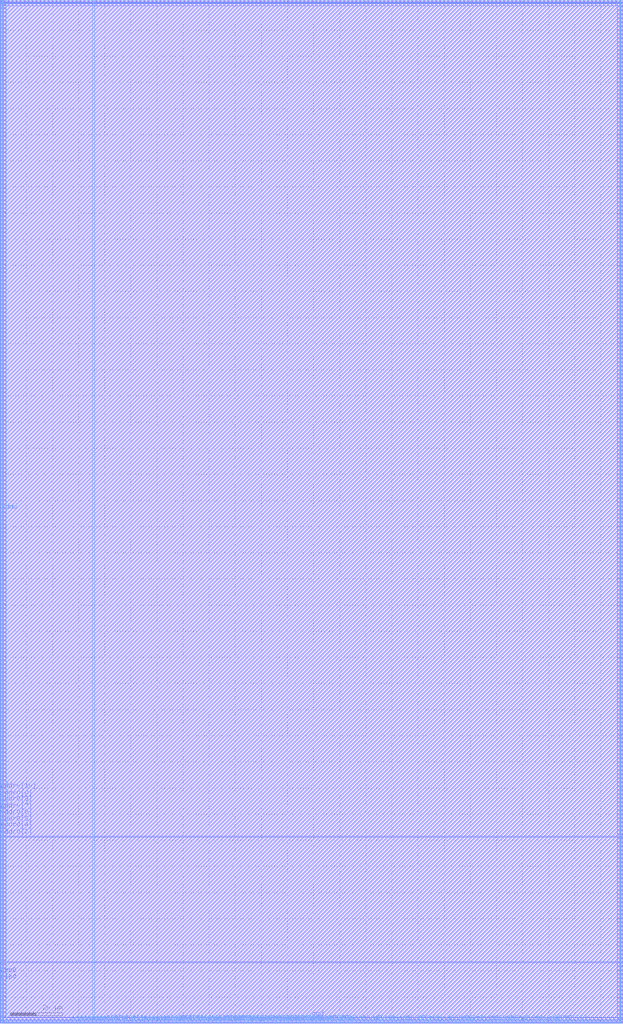
<source format=lef>
VERSION 5.4 ;
NAMESCASESENSITIVE ON ;
BUSBITCHARS "[]" ;
DIVIDERCHAR "/" ;
UNITS
  DATABASE MICRONS 2000 ;
END UNITS
MACRO sram_1rw0r0w_32_2048_freepdk45
   CLASS BLOCK ;
   SIZE 238.5625 BY 391.5075 ;
   SYMMETRY X Y R90 ;
   PIN din0[0]
      DIRECTION INPUT ;
      PORT
         LAYER metal4 ;
         RECT  35.705 0.0 35.845 0.14 ;
      END
   END din0[0]
   PIN din0[1]
      DIRECTION INPUT ;
      PORT
         LAYER metal4 ;
         RECT  38.565 0.0 38.705 0.14 ;
      END
   END din0[1]
   PIN din0[2]
      DIRECTION INPUT ;
      PORT
         LAYER metal4 ;
         RECT  41.425 0.0 41.565 0.14 ;
      END
   END din0[2]
   PIN din0[3]
      DIRECTION INPUT ;
      PORT
         LAYER metal4 ;
         RECT  44.285 0.0 44.425 0.14 ;
      END
   END din0[3]
   PIN din0[4]
      DIRECTION INPUT ;
      PORT
         LAYER metal4 ;
         RECT  47.145 0.0 47.285 0.14 ;
      END
   END din0[4]
   PIN din0[5]
      DIRECTION INPUT ;
      PORT
         LAYER metal4 ;
         RECT  50.005 0.0 50.145 0.14 ;
      END
   END din0[5]
   PIN din0[6]
      DIRECTION INPUT ;
      PORT
         LAYER metal4 ;
         RECT  52.865 0.0 53.005 0.14 ;
      END
   END din0[6]
   PIN din0[7]
      DIRECTION INPUT ;
      PORT
         LAYER metal4 ;
         RECT  55.725 0.0 55.865 0.14 ;
      END
   END din0[7]
   PIN din0[8]
      DIRECTION INPUT ;
      PORT
         LAYER metal4 ;
         RECT  58.585 0.0 58.725 0.14 ;
      END
   END din0[8]
   PIN din0[9]
      DIRECTION INPUT ;
      PORT
         LAYER metal4 ;
         RECT  61.445 0.0 61.585 0.14 ;
      END
   END din0[9]
   PIN din0[10]
      DIRECTION INPUT ;
      PORT
         LAYER metal4 ;
         RECT  64.305 0.0 64.445 0.14 ;
      END
   END din0[10]
   PIN din0[11]
      DIRECTION INPUT ;
      PORT
         LAYER metal4 ;
         RECT  67.165 0.0 67.305 0.14 ;
      END
   END din0[11]
   PIN din0[12]
      DIRECTION INPUT ;
      PORT
         LAYER metal4 ;
         RECT  70.025 0.0 70.165 0.14 ;
      END
   END din0[12]
   PIN din0[13]
      DIRECTION INPUT ;
      PORT
         LAYER metal4 ;
         RECT  72.885 0.0 73.025 0.14 ;
      END
   END din0[13]
   PIN din0[14]
      DIRECTION INPUT ;
      PORT
         LAYER metal4 ;
         RECT  75.745 0.0 75.885 0.14 ;
      END
   END din0[14]
   PIN din0[15]
      DIRECTION INPUT ;
      PORT
         LAYER metal4 ;
         RECT  78.605 0.0 78.745 0.14 ;
      END
   END din0[15]
   PIN din0[16]
      DIRECTION INPUT ;
      PORT
         LAYER metal4 ;
         RECT  81.465 0.0 81.605 0.14 ;
      END
   END din0[16]
   PIN din0[17]
      DIRECTION INPUT ;
      PORT
         LAYER metal4 ;
         RECT  84.325 0.0 84.465 0.14 ;
      END
   END din0[17]
   PIN din0[18]
      DIRECTION INPUT ;
      PORT
         LAYER metal4 ;
         RECT  87.185 0.0 87.325 0.14 ;
      END
   END din0[18]
   PIN din0[19]
      DIRECTION INPUT ;
      PORT
         LAYER metal4 ;
         RECT  90.045 0.0 90.185 0.14 ;
      END
   END din0[19]
   PIN din0[20]
      DIRECTION INPUT ;
      PORT
         LAYER metal4 ;
         RECT  92.905 0.0 93.045 0.14 ;
      END
   END din0[20]
   PIN din0[21]
      DIRECTION INPUT ;
      PORT
         LAYER metal4 ;
         RECT  95.765 0.0 95.905 0.14 ;
      END
   END din0[21]
   PIN din0[22]
      DIRECTION INPUT ;
      PORT
         LAYER metal4 ;
         RECT  98.625 0.0 98.765 0.14 ;
      END
   END din0[22]
   PIN din0[23]
      DIRECTION INPUT ;
      PORT
         LAYER metal4 ;
         RECT  101.485 0.0 101.625 0.14 ;
      END
   END din0[23]
   PIN din0[24]
      DIRECTION INPUT ;
      PORT
         LAYER metal4 ;
         RECT  104.345 0.0 104.485 0.14 ;
      END
   END din0[24]
   PIN din0[25]
      DIRECTION INPUT ;
      PORT
         LAYER metal4 ;
         RECT  107.205 0.0 107.345 0.14 ;
      END
   END din0[25]
   PIN din0[26]
      DIRECTION INPUT ;
      PORT
         LAYER metal4 ;
         RECT  110.065 0.0 110.205 0.14 ;
      END
   END din0[26]
   PIN din0[27]
      DIRECTION INPUT ;
      PORT
         LAYER metal4 ;
         RECT  112.925 0.0 113.065 0.14 ;
      END
   END din0[27]
   PIN din0[28]
      DIRECTION INPUT ;
      PORT
         LAYER metal4 ;
         RECT  115.785 0.0 115.925 0.14 ;
      END
   END din0[28]
   PIN din0[29]
      DIRECTION INPUT ;
      PORT
         LAYER metal4 ;
         RECT  118.645 0.0 118.785 0.14 ;
      END
   END din0[29]
   PIN din0[30]
      DIRECTION INPUT ;
      PORT
         LAYER metal4 ;
         RECT  121.505 0.0 121.645 0.14 ;
      END
   END din0[30]
   PIN din0[31]
      DIRECTION INPUT ;
      PORT
         LAYER metal4 ;
         RECT  124.365 0.0 124.505 0.14 ;
      END
   END din0[31]
   PIN addr0[0]
      DIRECTION INPUT ;
      PORT
         LAYER metal4 ;
         RECT  27.125 0.0 27.265 0.14 ;
      END
   END addr0[0]
   PIN addr0[1]
      DIRECTION INPUT ;
      PORT
         LAYER metal4 ;
         RECT  29.985 0.0 30.125 0.14 ;
      END
   END addr0[1]
   PIN addr0[2]
      DIRECTION INPUT ;
      PORT
         LAYER metal4 ;
         RECT  32.845 0.0 32.985 0.14 ;
      END
   END addr0[2]
   PIN addr0[3]
      DIRECTION INPUT ;
      PORT
         LAYER metal3 ;
         RECT  0.0 71.29 0.14 71.43 ;
      END
   END addr0[3]
   PIN addr0[4]
      DIRECTION INPUT ;
      PORT
         LAYER metal3 ;
         RECT  0.0 74.02 0.14 74.16 ;
      END
   END addr0[4]
   PIN addr0[5]
      DIRECTION INPUT ;
      PORT
         LAYER metal3 ;
         RECT  0.0 76.23 0.14 76.37 ;
      END
   END addr0[5]
   PIN addr0[6]
      DIRECTION INPUT ;
      PORT
         LAYER metal3 ;
         RECT  0.0 78.96 0.14 79.1 ;
      END
   END addr0[6]
   PIN addr0[7]
      DIRECTION INPUT ;
      PORT
         LAYER metal3 ;
         RECT  0.0 81.17 0.14 81.31 ;
      END
   END addr0[7]
   PIN addr0[8]
      DIRECTION INPUT ;
      PORT
         LAYER metal3 ;
         RECT  0.0 83.9 0.14 84.04 ;
      END
   END addr0[8]
   PIN addr0[9]
      DIRECTION INPUT ;
      PORT
         LAYER metal3 ;
         RECT  0.0 86.11 0.14 86.25 ;
      END
   END addr0[9]
   PIN addr0[10]
      DIRECTION INPUT ;
      PORT
         LAYER metal3 ;
         RECT  0.0 88.84 0.14 88.98 ;
      END
   END addr0[10]
   PIN csb0
      DIRECTION INPUT ;
      PORT
         LAYER metal3 ;
         RECT  0.0 15.65 0.14 15.79 ;
      END
   END csb0
   PIN web0
      DIRECTION INPUT ;
      PORT
         LAYER metal3 ;
         RECT  0.0 18.38 0.14 18.52 ;
      END
   END web0
   PIN clk0
      DIRECTION INPUT ;
      PORT
         LAYER metal3 ;
         RECT  0.0 15.885 0.14 16.025 ;
      END
   END clk0
   PIN dout0[0]
      DIRECTION OUTPUT ;
      PORT
         LAYER metal4 ;
         RECT  53.15 0.0 53.29 0.14 ;
      END
   END dout0[0]
   PIN dout0[1]
      DIRECTION OUTPUT ;
      PORT
         LAYER metal4 ;
         RECT  58.87 0.0 59.01 0.14 ;
      END
   END dout0[1]
   PIN dout0[2]
      DIRECTION OUTPUT ;
      PORT
         LAYER metal4 ;
         RECT  64.59 0.0 64.73 0.14 ;
      END
   END dout0[2]
   PIN dout0[3]
      DIRECTION OUTPUT ;
      PORT
         LAYER metal4 ;
         RECT  70.31 0.0 70.45 0.14 ;
      END
   END dout0[3]
   PIN dout0[4]
      DIRECTION OUTPUT ;
      PORT
         LAYER metal4 ;
         RECT  76.03 0.0 76.17 0.14 ;
      END
   END dout0[4]
   PIN dout0[5]
      DIRECTION OUTPUT ;
      PORT
         LAYER metal4 ;
         RECT  81.8975 0.0 82.0375 0.14 ;
      END
   END dout0[5]
   PIN dout0[6]
      DIRECTION OUTPUT ;
      PORT
         LAYER metal4 ;
         RECT  86.4275 0.0 86.5675 0.14 ;
      END
   END dout0[6]
   PIN dout0[7]
      DIRECTION OUTPUT ;
      PORT
         LAYER metal4 ;
         RECT  92.1475 0.0 92.2875 0.14 ;
      END
   END dout0[7]
   PIN dout0[8]
      DIRECTION OUTPUT ;
      PORT
         LAYER metal4 ;
         RECT  97.8675 0.0 98.0075 0.14 ;
      END
   END dout0[8]
   PIN dout0[9]
      DIRECTION OUTPUT ;
      PORT
         LAYER metal4 ;
         RECT  103.5875 0.0 103.7275 0.14 ;
      END
   END dout0[9]
   PIN dout0[10]
      DIRECTION OUTPUT ;
      PORT
         LAYER metal4 ;
         RECT  109.29 0.0 109.43 0.14 ;
      END
   END dout0[10]
   PIN dout0[11]
      DIRECTION OUTPUT ;
      PORT
         LAYER metal4 ;
         RECT  115.0275 0.0 115.1675 0.14 ;
      END
   END dout0[11]
   PIN dout0[12]
      DIRECTION OUTPUT ;
      PORT
         LAYER metal4 ;
         RECT  120.7475 0.0 120.8875 0.14 ;
      END
   END dout0[12]
   PIN dout0[13]
      DIRECTION OUTPUT ;
      PORT
         LAYER metal4 ;
         RECT  126.445 0.0 126.585 0.14 ;
      END
   END dout0[13]
   PIN dout0[14]
      DIRECTION OUTPUT ;
      PORT
         LAYER metal4 ;
         RECT  132.085 0.0 132.225 0.14 ;
      END
   END dout0[14]
   PIN dout0[15]
      DIRECTION OUTPUT ;
      PORT
         LAYER metal4 ;
         RECT  137.725 0.0 137.865 0.14 ;
      END
   END dout0[15]
   PIN dout0[16]
      DIRECTION OUTPUT ;
      PORT
         LAYER metal4 ;
         RECT  143.365 0.0 143.505 0.14 ;
      END
   END dout0[16]
   PIN dout0[17]
      DIRECTION OUTPUT ;
      PORT
         LAYER metal4 ;
         RECT  149.005 0.0 149.145 0.14 ;
      END
   END dout0[17]
   PIN dout0[18]
      DIRECTION OUTPUT ;
      PORT
         LAYER metal4 ;
         RECT  154.645 0.0 154.785 0.14 ;
      END
   END dout0[18]
   PIN dout0[19]
      DIRECTION OUTPUT ;
      PORT
         LAYER metal4 ;
         RECT  160.285 0.0 160.425 0.14 ;
      END
   END dout0[19]
   PIN dout0[20]
      DIRECTION OUTPUT ;
      PORT
         LAYER metal4 ;
         RECT  165.925 0.0 166.065 0.14 ;
      END
   END dout0[20]
   PIN dout0[21]
      DIRECTION OUTPUT ;
      PORT
         LAYER metal4 ;
         RECT  171.565 0.0 171.705 0.14 ;
      END
   END dout0[21]
   PIN dout0[22]
      DIRECTION OUTPUT ;
      PORT
         LAYER metal4 ;
         RECT  177.205 0.0 177.345 0.14 ;
      END
   END dout0[22]
   PIN dout0[23]
      DIRECTION OUTPUT ;
      PORT
         LAYER metal4 ;
         RECT  182.845 0.0 182.985 0.14 ;
      END
   END dout0[23]
   PIN dout0[24]
      DIRECTION OUTPUT ;
      PORT
         LAYER metal4 ;
         RECT  188.485 0.0 188.625 0.14 ;
      END
   END dout0[24]
   PIN dout0[25]
      DIRECTION OUTPUT ;
      PORT
         LAYER metal4 ;
         RECT  194.125 0.0 194.265 0.14 ;
      END
   END dout0[25]
   PIN dout0[26]
      DIRECTION OUTPUT ;
      PORT
         LAYER metal4 ;
         RECT  199.765 0.0 199.905 0.14 ;
      END
   END dout0[26]
   PIN dout0[27]
      DIRECTION OUTPUT ;
      PORT
         LAYER metal4 ;
         RECT  205.405 0.0 205.545 0.14 ;
      END
   END dout0[27]
   PIN dout0[28]
      DIRECTION OUTPUT ;
      PORT
         LAYER metal4 ;
         RECT  211.045 0.0 211.185 0.14 ;
      END
   END dout0[28]
   PIN dout0[29]
      DIRECTION OUTPUT ;
      PORT
         LAYER metal3 ;
         RECT  238.4225 23.2925 238.5625 23.4325 ;
      END
   END dout0[29]
   PIN dout0[30]
      DIRECTION OUTPUT ;
      PORT
         LAYER metal3 ;
         RECT  238.4225 22.8225 238.5625 22.9625 ;
      END
   END dout0[30]
   PIN dout0[31]
      DIRECTION OUTPUT ;
      PORT
         LAYER metal3 ;
         RECT  238.4225 23.0575 238.5625 23.1975 ;
      END
   END dout0[31]
   PIN vdd
      DIRECTION INOUT ;
      USE POWER ; 
      SHAPE ABUTMENT ; 
      PORT
         LAYER metal3 ;
         RECT  0.0 390.8075 238.5625 391.5075 ;
         LAYER metal4 ;
         RECT  237.8625 0.0 238.5625 391.5075 ;
         LAYER metal3 ;
         RECT  0.0 0.0 238.5625 0.7 ;
         LAYER metal4 ;
         RECT  0.0 0.0 0.7 391.5075 ;
      END
   END vdd
   PIN gnd
      DIRECTION INOUT ;
      USE GROUND ; 
      SHAPE ABUTMENT ; 
      PORT
         LAYER metal3 ;
         RECT  1.4 389.4075 237.1625 390.1075 ;
         LAYER metal4 ;
         RECT  236.4625 1.4 237.1625 390.1075 ;
         LAYER metal4 ;
         RECT  1.4 1.4 2.1 390.1075 ;
         LAYER metal3 ;
         RECT  1.4 1.4 237.1625 2.1 ;
      END
   END gnd
   OBS
   LAYER  metal1 ;
      RECT  0.14 0.14 238.4225 391.3675 ;
   LAYER  metal2 ;
      RECT  0.14 0.14 238.4225 391.3675 ;
   LAYER  metal3 ;
      RECT  0.28 71.15 238.4225 71.57 ;
      RECT  0.14 71.57 0.28 73.88 ;
      RECT  0.14 74.3 0.28 76.09 ;
      RECT  0.14 76.51 0.28 78.82 ;
      RECT  0.14 79.24 0.28 81.03 ;
      RECT  0.14 81.45 0.28 83.76 ;
      RECT  0.14 84.18 0.28 85.97 ;
      RECT  0.14 86.39 0.28 88.7 ;
      RECT  0.14 18.66 0.28 71.15 ;
      RECT  0.14 16.165 0.28 18.24 ;
      RECT  0.28 23.1525 238.2825 23.5725 ;
      RECT  0.28 23.5725 238.2825 71.15 ;
      RECT  238.2825 23.5725 238.4225 71.15 ;
      RECT  0.14 89.12 0.28 390.6675 ;
      RECT  0.14 0.84 0.28 15.51 ;
      RECT  238.2825 0.84 238.4225 22.6825 ;
      RECT  0.28 71.57 1.26 389.2675 ;
      RECT  0.28 389.2675 1.26 390.2475 ;
      RECT  0.28 390.2475 1.26 390.6675 ;
      RECT  1.26 71.57 237.3025 389.2675 ;
      RECT  1.26 390.2475 237.3025 390.6675 ;
      RECT  237.3025 71.57 238.4225 389.2675 ;
      RECT  237.3025 389.2675 238.4225 390.2475 ;
      RECT  237.3025 390.2475 238.4225 390.6675 ;
      RECT  0.28 0.84 1.26 1.26 ;
      RECT  0.28 1.26 1.26 2.24 ;
      RECT  0.28 2.24 1.26 23.1525 ;
      RECT  1.26 0.84 237.3025 1.26 ;
      RECT  1.26 2.24 237.3025 23.1525 ;
      RECT  237.3025 0.84 238.2825 1.26 ;
      RECT  237.3025 1.26 238.2825 2.24 ;
      RECT  237.3025 2.24 238.2825 23.1525 ;
   LAYER  metal4 ;
      RECT  35.425 0.42 36.125 391.3675 ;
      RECT  36.125 0.14 38.285 0.42 ;
      RECT  38.985 0.14 41.145 0.42 ;
      RECT  41.845 0.14 44.005 0.42 ;
      RECT  44.705 0.14 46.865 0.42 ;
      RECT  47.565 0.14 49.725 0.42 ;
      RECT  50.425 0.14 52.585 0.42 ;
      RECT  56.145 0.14 58.305 0.42 ;
      RECT  61.865 0.14 64.025 0.42 ;
      RECT  67.585 0.14 69.745 0.42 ;
      RECT  73.305 0.14 75.465 0.42 ;
      RECT  79.025 0.14 81.185 0.42 ;
      RECT  87.605 0.14 89.765 0.42 ;
      RECT  93.325 0.14 95.485 0.42 ;
      RECT  99.045 0.14 101.205 0.42 ;
      RECT  104.765 0.14 106.925 0.42 ;
      RECT  110.485 0.14 112.645 0.42 ;
      RECT  116.205 0.14 118.365 0.42 ;
      RECT  121.925 0.14 124.085 0.42 ;
      RECT  27.545 0.14 29.705 0.42 ;
      RECT  30.405 0.14 32.565 0.42 ;
      RECT  33.265 0.14 35.425 0.42 ;
      RECT  53.57 0.14 55.445 0.42 ;
      RECT  59.29 0.14 61.165 0.42 ;
      RECT  65.01 0.14 66.885 0.42 ;
      RECT  70.73 0.14 72.605 0.42 ;
      RECT  76.45 0.14 78.325 0.42 ;
      RECT  82.3175 0.14 84.045 0.42 ;
      RECT  84.745 0.14 86.1475 0.42 ;
      RECT  86.8475 0.14 86.905 0.42 ;
      RECT  90.465 0.14 91.8675 0.42 ;
      RECT  92.5675 0.14 92.625 0.42 ;
      RECT  96.185 0.14 97.5875 0.42 ;
      RECT  98.2875 0.14 98.345 0.42 ;
      RECT  101.905 0.14 103.3075 0.42 ;
      RECT  104.0075 0.14 104.065 0.42 ;
      RECT  107.625 0.14 109.01 0.42 ;
      RECT  109.71 0.14 109.785 0.42 ;
      RECT  113.345 0.14 114.7475 0.42 ;
      RECT  115.4475 0.14 115.505 0.42 ;
      RECT  119.065 0.14 120.4675 0.42 ;
      RECT  121.1675 0.14 121.225 0.42 ;
      RECT  124.785 0.14 126.165 0.42 ;
      RECT  126.865 0.14 131.805 0.42 ;
      RECT  132.505 0.14 137.445 0.42 ;
      RECT  138.145 0.14 143.085 0.42 ;
      RECT  143.785 0.14 148.725 0.42 ;
      RECT  149.425 0.14 154.365 0.42 ;
      RECT  155.065 0.14 160.005 0.42 ;
      RECT  160.705 0.14 165.645 0.42 ;
      RECT  166.345 0.14 171.285 0.42 ;
      RECT  171.985 0.14 176.925 0.42 ;
      RECT  177.625 0.14 182.565 0.42 ;
      RECT  183.265 0.14 188.205 0.42 ;
      RECT  188.905 0.14 193.845 0.42 ;
      RECT  194.545 0.14 199.485 0.42 ;
      RECT  200.185 0.14 205.125 0.42 ;
      RECT  205.825 0.14 210.765 0.42 ;
      RECT  211.465 0.14 237.5825 0.42 ;
      RECT  0.98 0.14 26.845 0.42 ;
      RECT  36.125 0.42 236.1825 1.12 ;
      RECT  36.125 1.12 236.1825 390.3875 ;
      RECT  36.125 390.3875 236.1825 391.3675 ;
      RECT  236.1825 0.42 237.4425 1.12 ;
      RECT  236.1825 390.3875 237.4425 391.3675 ;
      RECT  237.4425 0.42 237.5825 1.12 ;
      RECT  237.4425 1.12 237.5825 390.3875 ;
      RECT  237.4425 390.3875 237.5825 391.3675 ;
      RECT  0.98 0.42 1.12 1.12 ;
      RECT  0.98 1.12 1.12 390.3875 ;
      RECT  0.98 390.3875 1.12 391.3675 ;
      RECT  1.12 0.42 2.38 1.12 ;
      RECT  1.12 390.3875 2.38 391.3675 ;
      RECT  2.38 0.42 35.425 1.12 ;
      RECT  2.38 1.12 35.425 390.3875 ;
      RECT  2.38 390.3875 35.425 391.3675 ;
   END
END    sram_1rw0r0w_32_2048_freepdk45
END    LIBRARY

</source>
